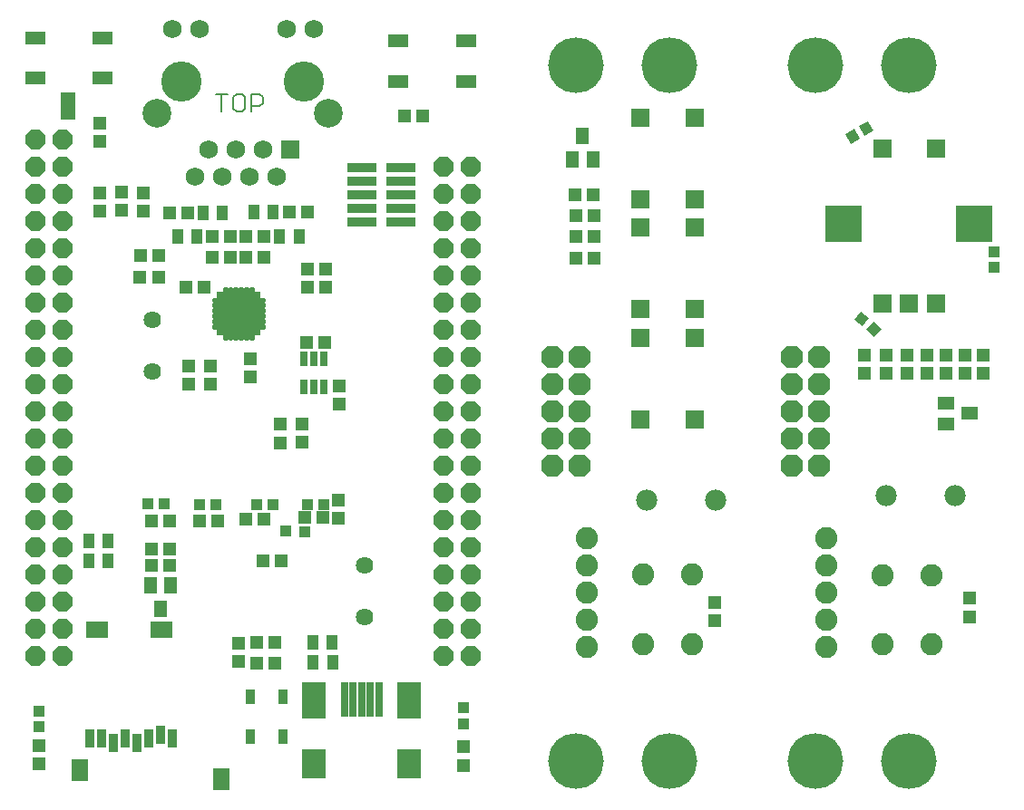
<source format=gts>
G75*
%MOIN*%
%OFA0B0*%
%FSLAX24Y24*%
%IPPOS*%
%LPD*%
%AMOC8*
5,1,8,0,0,1.08239X$1,22.5*
%
%ADD10R,0.0295X0.0547*%
%ADD11R,0.0400X0.0400*%
%ADD12R,0.1640X0.1640*%
%ADD13C,0.0060*%
%ADD14C,0.0640*%
%ADD15R,0.0513X0.0474*%
%ADD16R,0.0395X0.0552*%
%ADD17R,0.0474X0.0513*%
%ADD18R,0.0395X0.0395*%
%ADD19C,0.0095*%
%ADD20R,0.0780X0.0780*%
%ADD21R,0.0297X0.0552*%
%ADD22R,0.0356X0.0552*%
%ADD23R,0.0680X0.0680*%
%ADD24C,0.0680*%
%ADD25C,0.1055*%
%ADD26C,0.1480*%
%ADD27R,0.0474X0.0631*%
%ADD28R,0.0867X0.1064*%
%ADD29R,0.0867X0.1379*%
%ADD30R,0.0277X0.1300*%
%ADD31OC8,0.0740*%
%ADD32R,0.1104X0.0336*%
%ADD33R,0.0631X0.0828*%
%ADD34R,0.0789X0.0631*%
%ADD35R,0.0356X0.0671*%
%ADD36R,0.0749X0.0474*%
%ADD37R,0.0580X0.0330*%
%ADD38C,0.0820*%
%ADD39OC8,0.0820*%
%ADD40C,0.0780*%
%ADD41R,0.0714X0.0714*%
%ADD42R,0.1346X0.1346*%
%ADD43R,0.0631X0.0474*%
%ADD44R,0.0395X0.0395*%
%ADD45C,0.1070*%
%ADD46C,0.2049*%
D10*
X011567Y016999D03*
D11*
X011238Y011659D03*
X010518Y011689D03*
D12*
X008798Y019709D03*
D13*
X008719Y027119D02*
X008933Y027119D01*
X009039Y027225D01*
X009039Y027652D01*
X008933Y027759D01*
X008719Y027759D01*
X008612Y027652D01*
X008612Y027225D01*
X008719Y027119D01*
X009257Y027119D02*
X009257Y027759D01*
X009577Y027759D01*
X009684Y027652D01*
X009684Y027439D01*
X009577Y027332D01*
X009257Y027332D01*
X008395Y027759D02*
X007968Y027759D01*
X008181Y027759D02*
X008181Y027119D01*
D14*
X005618Y019477D03*
X005618Y017577D03*
X013417Y010440D03*
X013417Y008540D03*
D15*
X010366Y010609D03*
X009697Y010609D03*
X009723Y012132D03*
X009053Y012132D03*
X008033Y012064D03*
X007363Y012064D03*
X006262Y012069D03*
X005593Y012069D03*
X005585Y011024D03*
X005590Y010438D03*
X006259Y010438D03*
X006254Y011024D03*
X009469Y007611D03*
X010138Y007611D03*
X010137Y006842D03*
X009468Y006842D03*
X011218Y012181D03*
X011887Y012181D03*
X011958Y018623D03*
X011289Y018623D03*
X011329Y020658D03*
X011998Y020658D03*
X011998Y021324D03*
X011329Y021324D03*
X009741Y021750D03*
X009072Y021750D03*
X008500Y021756D03*
X007830Y021756D03*
X007828Y022522D03*
X008497Y022522D03*
X009068Y022522D03*
X009737Y022522D03*
X010668Y023422D03*
X011337Y023422D03*
X007527Y020672D03*
X006858Y020672D03*
X005851Y021042D03*
X005182Y021042D03*
X005188Y021842D03*
X005857Y021842D03*
X006258Y023402D03*
X006927Y023402D03*
X005313Y023470D03*
X005313Y024140D03*
X004503Y024150D03*
X004503Y023480D03*
X014908Y026952D03*
X015577Y026952D03*
X021178Y024064D03*
X021847Y024064D03*
X021862Y023303D03*
X021193Y023303D03*
X021191Y022529D03*
X021861Y022529D03*
X021861Y021735D03*
X021191Y021735D03*
D16*
X011017Y022522D03*
X010309Y022522D03*
X010057Y023422D03*
X009349Y023422D03*
X008197Y023402D03*
X007489Y023402D03*
X007277Y022522D03*
X006569Y022522D03*
X003999Y011313D03*
X003290Y011313D03*
X003295Y010599D03*
X004004Y010599D03*
X011537Y007581D03*
X012246Y007581D03*
X012250Y006860D03*
X011542Y006860D03*
D17*
X008784Y006894D03*
X008784Y007564D03*
X012478Y012168D03*
X012478Y012837D03*
X011128Y014947D03*
X011128Y015616D03*
X010326Y015614D03*
X010326Y014944D03*
X012494Y016355D03*
X012494Y017024D03*
X009223Y017358D03*
X009223Y018027D03*
X007754Y017771D03*
X007754Y017102D03*
X006961Y017103D03*
X006961Y017772D03*
X003703Y023472D03*
X003703Y024142D03*
X003702Y026039D03*
X003702Y026708D03*
X026298Y009063D03*
X026298Y008394D03*
X017057Y003747D03*
X017057Y003078D03*
X001460Y003135D03*
X001460Y003804D03*
X031810Y017490D03*
X031810Y018159D03*
X032591Y018161D03*
X032591Y017492D03*
X033357Y017492D03*
X033357Y018161D03*
X034083Y018163D03*
X034083Y017494D03*
X034813Y017489D03*
X034813Y018159D03*
X035496Y018159D03*
X035496Y017490D03*
X036168Y017490D03*
X036168Y018159D03*
X035658Y009213D03*
X035658Y008544D03*
D18*
X036578Y021380D03*
X036578Y021970D03*
X017057Y005188D03*
X017057Y004598D03*
X011918Y012674D03*
X011328Y012674D03*
X010058Y012664D03*
X009468Y012664D03*
X007958Y012674D03*
X007368Y012674D03*
X006058Y012679D03*
X005468Y012679D03*
X001460Y005069D03*
X001460Y004479D03*
D19*
X008349Y018765D02*
X008349Y019065D01*
X008349Y018765D02*
X008253Y018765D01*
X008253Y019065D01*
X008349Y019065D01*
X008349Y018859D02*
X008253Y018859D01*
X008253Y018953D02*
X008349Y018953D01*
X008349Y019047D02*
X008253Y019047D01*
X008546Y019065D02*
X008546Y018765D01*
X008450Y018765D01*
X008450Y019065D01*
X008546Y019065D01*
X008546Y018859D02*
X008450Y018859D01*
X008450Y018953D02*
X008546Y018953D01*
X008546Y019047D02*
X008450Y019047D01*
X008742Y019065D02*
X008742Y018765D01*
X008646Y018765D01*
X008646Y019065D01*
X008742Y019065D01*
X008742Y018859D02*
X008646Y018859D01*
X008646Y018953D02*
X008742Y018953D01*
X008742Y019047D02*
X008646Y019047D01*
X008939Y019065D02*
X008939Y018765D01*
X008843Y018765D01*
X008843Y019065D01*
X008939Y019065D01*
X008939Y018859D02*
X008843Y018859D01*
X008843Y018953D02*
X008939Y018953D01*
X008939Y019047D02*
X008843Y019047D01*
X009136Y019065D02*
X009136Y018765D01*
X009040Y018765D01*
X009040Y019065D01*
X009136Y019065D01*
X009136Y018859D02*
X009040Y018859D01*
X009040Y018953D02*
X009136Y018953D01*
X009136Y019047D02*
X009040Y019047D01*
X009333Y019065D02*
X009333Y018765D01*
X009237Y018765D01*
X009237Y019065D01*
X009333Y019065D01*
X009333Y018859D02*
X009237Y018859D01*
X009237Y018953D02*
X009333Y018953D01*
X009333Y019047D02*
X009237Y019047D01*
X009430Y019162D02*
X009730Y019162D01*
X009430Y019162D02*
X009430Y019258D01*
X009730Y019258D01*
X009730Y019162D01*
X009730Y019256D02*
X009430Y019256D01*
X009430Y019359D02*
X009730Y019359D01*
X009430Y019359D02*
X009430Y019455D01*
X009730Y019455D01*
X009730Y019359D01*
X009730Y019453D02*
X009430Y019453D01*
X009430Y019556D02*
X009730Y019556D01*
X009430Y019556D02*
X009430Y019652D01*
X009730Y019652D01*
X009730Y019556D01*
X009730Y019650D02*
X009430Y019650D01*
X009430Y019753D02*
X009730Y019753D01*
X009430Y019753D02*
X009430Y019849D01*
X009730Y019849D01*
X009730Y019753D01*
X009730Y019847D02*
X009430Y019847D01*
X009430Y019950D02*
X009730Y019950D01*
X009430Y019950D02*
X009430Y020046D01*
X009730Y020046D01*
X009730Y019950D01*
X009730Y020044D02*
X009430Y020044D01*
X009430Y020146D02*
X009730Y020146D01*
X009430Y020146D02*
X009430Y020242D01*
X009730Y020242D01*
X009730Y020146D01*
X009730Y020240D02*
X009430Y020240D01*
X009237Y020340D02*
X009237Y020640D01*
X009333Y020640D01*
X009333Y020340D01*
X009237Y020340D01*
X009237Y020434D02*
X009333Y020434D01*
X009333Y020528D02*
X009237Y020528D01*
X009237Y020622D02*
X009333Y020622D01*
X009040Y020640D02*
X009040Y020340D01*
X009040Y020640D02*
X009136Y020640D01*
X009136Y020340D01*
X009040Y020340D01*
X009040Y020434D02*
X009136Y020434D01*
X009136Y020528D02*
X009040Y020528D01*
X009040Y020622D02*
X009136Y020622D01*
X008843Y020640D02*
X008843Y020340D01*
X008843Y020640D02*
X008939Y020640D01*
X008939Y020340D01*
X008843Y020340D01*
X008843Y020434D02*
X008939Y020434D01*
X008939Y020528D02*
X008843Y020528D01*
X008843Y020622D02*
X008939Y020622D01*
X008646Y020640D02*
X008646Y020340D01*
X008646Y020640D02*
X008742Y020640D01*
X008742Y020340D01*
X008646Y020340D01*
X008646Y020434D02*
X008742Y020434D01*
X008742Y020528D02*
X008646Y020528D01*
X008646Y020622D02*
X008742Y020622D01*
X008450Y020640D02*
X008450Y020340D01*
X008450Y020640D02*
X008546Y020640D01*
X008546Y020340D01*
X008450Y020340D01*
X008450Y020434D02*
X008546Y020434D01*
X008546Y020528D02*
X008450Y020528D01*
X008450Y020622D02*
X008546Y020622D01*
X008253Y020640D02*
X008253Y020340D01*
X008253Y020640D02*
X008349Y020640D01*
X008349Y020340D01*
X008253Y020340D01*
X008253Y020434D02*
X008349Y020434D01*
X008349Y020528D02*
X008253Y020528D01*
X008253Y020622D02*
X008349Y020622D01*
X008155Y020242D02*
X007855Y020242D01*
X008155Y020242D02*
X008155Y020146D01*
X007855Y020146D01*
X007855Y020242D01*
X007855Y020240D02*
X008155Y020240D01*
X008155Y020046D02*
X007855Y020046D01*
X008155Y020046D02*
X008155Y019950D01*
X007855Y019950D01*
X007855Y020046D01*
X007855Y020044D02*
X008155Y020044D01*
X008155Y019849D02*
X007855Y019849D01*
X008155Y019849D02*
X008155Y019753D01*
X007855Y019753D01*
X007855Y019849D01*
X007855Y019847D02*
X008155Y019847D01*
X008155Y019652D02*
X007855Y019652D01*
X008155Y019652D02*
X008155Y019556D01*
X007855Y019556D01*
X007855Y019652D01*
X007855Y019650D02*
X008155Y019650D01*
X008155Y019455D02*
X007855Y019455D01*
X008155Y019455D02*
X008155Y019359D01*
X007855Y019359D01*
X007855Y019455D01*
X007855Y019453D02*
X008155Y019453D01*
X008155Y019258D02*
X007855Y019258D01*
X008155Y019258D02*
X008155Y019162D01*
X007855Y019162D01*
X007855Y019258D01*
X007855Y019256D02*
X008155Y019256D01*
D20*
X008793Y019702D03*
D21*
X011191Y018024D03*
X011565Y018024D03*
X011939Y018024D03*
X011939Y017000D03*
X011191Y017000D03*
D22*
X010442Y005591D03*
X009240Y005589D03*
X009240Y004133D03*
X010442Y004135D03*
D23*
X010703Y025722D03*
D24*
X009703Y025722D03*
X008703Y025722D03*
X007703Y025722D03*
X008203Y024722D03*
X007203Y024722D03*
X009203Y024722D03*
X010203Y024722D03*
X010553Y030172D03*
X011553Y030172D03*
X007353Y030172D03*
X006353Y030172D03*
D25*
X005803Y027072D03*
X012103Y027072D03*
D26*
X011203Y028222D03*
X006703Y028222D03*
D27*
X021069Y025372D03*
X021817Y025372D03*
X021443Y026238D03*
X006314Y009710D03*
X005566Y009710D03*
X005940Y008843D03*
D28*
X011571Y003140D03*
X015075Y003140D03*
D29*
X015075Y005463D03*
X011571Y005463D03*
D30*
X012693Y005502D03*
X013008Y005502D03*
X013323Y005502D03*
X013638Y005502D03*
X013953Y005502D03*
D31*
X016329Y007082D03*
X017329Y007082D03*
X017329Y008082D03*
X016329Y008082D03*
X016329Y009082D03*
X017329Y009082D03*
X017329Y010082D03*
X016329Y010082D03*
X016329Y011082D03*
X017329Y011082D03*
X017329Y012082D03*
X016329Y012082D03*
X016329Y013082D03*
X017329Y013082D03*
X017329Y014082D03*
X016329Y014082D03*
X016329Y015082D03*
X017329Y015082D03*
X017329Y016082D03*
X016329Y016082D03*
X016329Y017082D03*
X016329Y018082D03*
X017329Y018082D03*
X017329Y017082D03*
X017329Y019082D03*
X016329Y019082D03*
X016329Y020082D03*
X017329Y020082D03*
X017329Y021082D03*
X016329Y021082D03*
X016329Y022082D03*
X017329Y022082D03*
X017329Y023082D03*
X016329Y023082D03*
X016329Y024082D03*
X017329Y024082D03*
X017329Y025082D03*
X016329Y025082D03*
X002329Y025082D03*
X002329Y024082D03*
X002329Y023082D03*
X002329Y022082D03*
X002329Y021082D03*
X002329Y020082D03*
X002329Y019082D03*
X002329Y018082D03*
X002329Y017082D03*
X002329Y016082D03*
X002329Y015082D03*
X002329Y014082D03*
X002329Y013082D03*
X002329Y012082D03*
X002329Y011082D03*
X002329Y010082D03*
X002329Y009082D03*
X002329Y008082D03*
X002329Y007082D03*
X001329Y007082D03*
X001329Y008082D03*
X001329Y009082D03*
X001329Y010082D03*
X001329Y011082D03*
X001329Y012082D03*
X001329Y013082D03*
X001329Y014082D03*
X001329Y015082D03*
X001329Y016082D03*
X001329Y017082D03*
X001329Y018082D03*
X001329Y019082D03*
X001329Y020082D03*
X001329Y021082D03*
X001329Y022082D03*
X001329Y023082D03*
X001329Y024082D03*
X001329Y025082D03*
X001329Y026082D03*
X002329Y026082D03*
D32*
X013324Y025072D03*
X013324Y024572D03*
X013324Y024072D03*
X013324Y023572D03*
X013324Y023072D03*
X014781Y023072D03*
X014781Y023572D03*
X014781Y024072D03*
X014781Y024572D03*
X014781Y025072D03*
D33*
X002978Y002906D03*
X008175Y002552D03*
D34*
X005970Y008064D03*
X003608Y008064D03*
D35*
X003765Y004048D03*
X004199Y003890D03*
X004632Y004048D03*
X005065Y003890D03*
X005498Y004048D03*
X005931Y004205D03*
X006364Y004048D03*
X003332Y004048D03*
D36*
X003809Y028347D03*
X003809Y029843D03*
X001328Y029843D03*
X001328Y028347D03*
X014675Y028229D03*
X014675Y029725D03*
X017155Y029725D03*
X017155Y028229D03*
D37*
X002545Y027647D03*
X002545Y027327D03*
X002545Y027007D03*
D38*
X021595Y011425D03*
X021595Y010425D03*
X021595Y009425D03*
X021595Y008425D03*
X021595Y007425D03*
X023677Y007527D03*
X025457Y007527D03*
X025457Y010087D03*
X023677Y010087D03*
X030395Y010415D03*
X030395Y009415D03*
X030395Y008415D03*
X030395Y007415D03*
X032477Y007517D03*
X034257Y007517D03*
X034257Y010077D03*
X032477Y010077D03*
X030395Y011415D03*
D39*
X030131Y014081D03*
X030131Y015081D03*
X030131Y016081D03*
X030131Y017081D03*
X030131Y018081D03*
X029131Y018081D03*
X029131Y017081D03*
X029131Y016081D03*
X029131Y015081D03*
X029131Y014081D03*
X021331Y014091D03*
X020331Y014091D03*
X020331Y015091D03*
X021331Y015091D03*
X021331Y016091D03*
X020331Y016091D03*
X020331Y017091D03*
X021331Y017091D03*
X021331Y018091D03*
X020331Y018091D03*
D40*
X023788Y012841D03*
X026347Y012841D03*
X032588Y013011D03*
X035147Y013011D03*
D41*
X034419Y020049D03*
X033434Y020049D03*
X032450Y020049D03*
X032450Y025758D03*
X034419Y025758D03*
X025578Y026909D03*
X023578Y026909D03*
X023578Y023909D03*
X023578Y022849D03*
X025578Y022849D03*
X025578Y023909D03*
X025578Y019849D03*
X025578Y018789D03*
X023578Y018789D03*
X023578Y019849D03*
X023578Y015789D03*
X025578Y015789D03*
D42*
X031033Y023002D03*
X035836Y023002D03*
D43*
X034801Y016387D03*
X034801Y015639D03*
X035667Y016013D03*
D44*
G36*
X031881Y019089D02*
X032134Y019390D01*
X032435Y019137D01*
X032182Y018836D01*
X031881Y019089D01*
G37*
G36*
X031428Y019469D02*
X031681Y019770D01*
X031982Y019517D01*
X031729Y019216D01*
X031428Y019469D01*
G37*
G36*
X031289Y025944D02*
X031092Y026285D01*
X031433Y026482D01*
X031630Y026141D01*
X031289Y025944D01*
G37*
G36*
X031801Y026239D02*
X031604Y026580D01*
X031945Y026777D01*
X032142Y026436D01*
X031801Y026239D01*
G37*
D45*
X008789Y019701D03*
D46*
X021205Y028827D03*
X024625Y028827D03*
X030005Y028817D03*
X033425Y028817D03*
X033429Y003230D03*
X030009Y003230D03*
X024629Y003240D03*
X021209Y003240D03*
M02*

</source>
